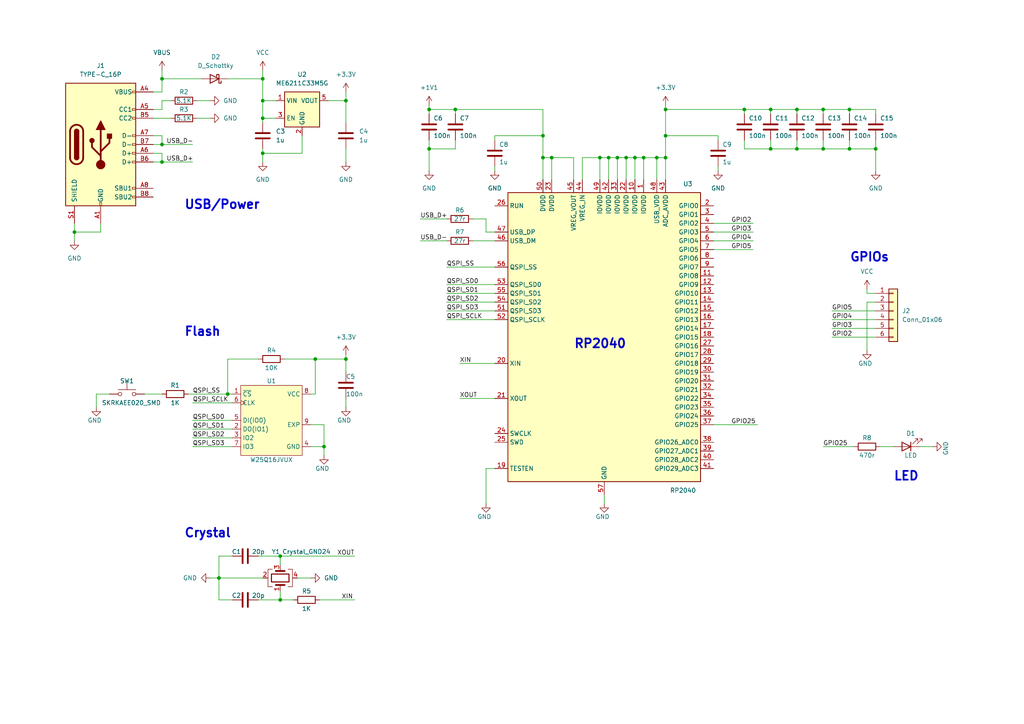
<source format=kicad_sch>
(kicad_sch (version 20211123) (generator eeschema)
  (paper "A4")
  (title_block (title "RP-Link") (date "2022-11-11"))
  (lib_symbols
    (symbol "Connector:USB_C_Receptacle_USB2.0" (pin_names (offset 1.016))
      (property "Reference" "J" (at -10.16 19.05 0))
      (property "Value" "USB_C_Receptacle_USB2.0" (at 19.05 19.05 0))
      (symbol "USB_C_Receptacle_USB2.0_0_0"
        (rectangle (start -0.254 -17.78) (end 0.254 -16.764))
        (rectangle (start 10.16 -14.986) (end 9.144 -15.494))
        (rectangle (start 10.16 -12.446) (end 9.144 -12.954))
        (rectangle (start 10.16 -4.826) (end 9.144 -5.334))
        (rectangle (start 10.16 -2.286) (end 9.144 -2.794))
        (rectangle (start 10.16 0.254) (end 9.144 -0.254))
        (rectangle (start 10.16 2.794) (end 9.144 2.286))
        (rectangle (start 10.16 7.874) (end 9.144 7.366))
        (rectangle (start 10.16 10.414) (end 9.144 9.906))
        (rectangle (start 10.16 15.494) (end 9.144 14.986))
      )
      (symbol "USB_C_Receptacle_USB2.0_0_1"
        (rectangle (start -10.16 17.78) (end 10.16 -17.78) (stroke (width 0.254)) (fill (type background)))
        (arc (start -8.89 -3.81) (mid -6.985 -5.715) (end -5.08 -3.81) (stroke (width 0.508)))
        (arc (start -7.62 -3.81) (mid -6.985 -4.445) (end -6.35 -3.81) (stroke (width 0.254)))
        (arc (start -7.62 -3.81) (mid -6.985 -4.445) (end -6.35 -3.81) (stroke (width 0.254)) (fill (type outline)))
        (rectangle (start -7.62 -3.81) (end -6.35 3.81) (stroke (width 0.254)) (fill (type outline)))
        (arc (start -6.35 3.81) (mid -6.985 4.445) (end -7.62 3.81) (stroke (width 0.254)))
        (arc (start -6.35 3.81) (mid -6.985 4.445) (end -7.62 3.81) (stroke (width 0.254)) (fill (type outline)))
        (arc (start -5.08 3.81) (mid -6.985 5.715) (end -8.89 3.81) (stroke (width 0.508)))
        (circle (center -2.54 1.143) (radius 0.635) (stroke (width 0.254)) (fill (type outline)))
        (circle (center 0 -5.842) (radius 1.27) (fill (type outline)))
        (polyline (pts (xy -8.89 -3.81) (xy -8.89 3.81)) (stroke (width 0.508)))
        (polyline (pts (xy -5.08 3.81) (xy -5.08 -3.81)) (stroke (width 0.508)))
        (polyline (pts (xy 0 -5.842) (xy 0 4.318)) (stroke (width 0.508)))
        (polyline (pts (xy 0 -3.302) (xy -2.54 -0.762) (xy -2.54 0.508)) (stroke (width 0.508)))
        (polyline (pts (xy 0 -2.032) (xy 2.54 0.508) (xy 2.54 1.778)) (stroke (width 0.508)))
        (polyline (pts (xy -1.27 4.318) (xy 0 6.858) (xy 1.27 4.318) (xy -1.27 4.318)) (stroke (width 0.254)) (fill (type outline)))
        (rectangle (start 1.905 1.778) (end 3.175 3.048) (stroke (width 0.254)) (fill (type outline)))
      )
      (symbol "USB_C_Receptacle_USB2.0_1_1"
        (pin passive line (at 0 -22.86 90) (length 5.08) (name "GND") (number "A1"))
        (pin passive line (at 0 -22.86 90) (length 5.08) hide (name "GND") (number "A12"))
        (pin passive line (at 15.24 15.24 180) (length 5.08) (name "VBUS") (number "A4"))
        (pin bidirectional line (at 15.24 10.16 180) (length 5.08) (name "CC1") (number "A5"))
        (pin bidirectional line (at 15.24 -2.54 180) (length 5.08) (name "D+") (number "A6"))
        (pin bidirectional line (at 15.24 2.54 180) (length 5.08) (name "D-") (number "A7"))
        (pin bidirectional line (at 15.24 -12.7 180) (length 5.08) (name "SBU1") (number "A8"))
        (pin passive line (at 15.24 15.24 180) (length 5.08) hide (name "VBUS") (number "A9"))
        (pin passive line (at 0 -22.86 90) (length 5.08) hide (name "GND") (number "B1"))
        (pin passive line (at 0 -22.86 90) (length 5.08) hide (name "GND") (number "B12"))
        (pin passive line (at 15.24 15.24 180) (length 5.08) hide (name "VBUS") (number "B4"))
        (pin bidirectional line (at 15.24 7.62 180) (length 5.08) (name "CC2") (number "B5"))
        (pin bidirectional line (at 15.24 -5.08 180) (length 5.08) (name "D+") (number "B6"))
        (pin bidirectional line (at 15.24 0 180) (length 5.08) (name "D-") (number "B7"))
        (pin bidirectional line (at 15.24 -15.24 180) (length 5.08) (name "SBU2") (number "B8"))
        (pin passive line (at 15.24 15.24 180) (length 5.08) hide (name "VBUS") (number "B9"))
        (pin passive line (at -7.62 -22.86 90) (length 5.08) (name "SHIELD") (number "S1"))
      )
    )
    (symbol "Connector_Generic:Conn_01x06" (pin_names (offset 1.016) hide)
      (property "Reference" "J" (at 0 7.62 0))
      (property "Value" "Conn_01x06" (at 0 -10.16 0))
      (symbol "Conn_01x06_1_1"
        (rectangle (start -1.27 -7.493) (end 0 -7.747) (stroke (width 0.1524)))
        (rectangle (start -1.27 -4.953) (end 0 -5.207) (stroke (width 0.1524)))
        (rectangle (start -1.27 -2.413) (end 0 -2.667) (stroke (width 0.1524)))
        (rectangle (start -1.27 0.127) (end 0 -0.127) (stroke (width 0.1524)))
        (rectangle (start -1.27 2.667) (end 0 2.413) (stroke (width 0.1524)))
        (rectangle (start -1.27 5.207) (end 0 4.953) (stroke (width 0.1524)))
        (rectangle (start -1.27 6.35) (end 1.27 -8.89) (stroke (width 0.254)) (fill (type background)))
        (pin passive line (at -5.08 5.08 0) (length 3.81) (name "Pin_1") (number "1"))
        (pin passive line (at -5.08 2.54 0) (length 3.81) (name "Pin_2") (number "2"))
        (pin passive line (at -5.08 0 0) (length 3.81) (name "Pin_3") (number "3"))
        (pin passive line (at -5.08 -2.54 0) (length 3.81) (name "Pin_4") (number "4"))
        (pin passive line (at -5.08 -5.08 0) (length 3.81) (name "Pin_5") (number "5"))
        (pin passive line (at -5.08 -7.62 0) (length 3.81) (name "Pin_6") (number "6"))
      )
    )
    (symbol "Device:C" (pin_numbers hide) (pin_names (offset 0.254))
      (property "Reference" "C" (at 0.635 2.54 0))
      (property "Value" "C" (at 0.635 -2.54 0))
      (symbol "C_0_1"
        (polyline (pts (xy -2.032 -0.762) (xy 2.032 -0.762)) (stroke (width 0.508)))
        (polyline (pts (xy -2.032 0.762) (xy 2.032 0.762)) (stroke (width 0.508)))
      )
      (symbol "C_1_1"
        (pin passive line (at 0 3.81 270) (length 2.794) (name "~") (number "1"))
        (pin passive line (at 0 -3.81 90) (length 2.794) (name "~") (number "2"))
      )
    )
    (symbol "Device:Crystal_GND24" (pin_names (offset 1.016) hide)
      (property "Reference" "Y" (at 3.175 5.08 0))
      (property "Value" "Crystal_GND24" (at 3.175 3.175 0))
      (symbol "Crystal_GND24_0_1"
        (rectangle (start -1.143 2.54) (end 1.143 -2.54) (stroke (width 0.3048)))
        (polyline (pts (xy -2.54 0) (xy -2.032 0)))
        (polyline (pts (xy -2.032 -1.27) (xy -2.032 1.27)) (stroke (width 0.508)))
        (polyline (pts (xy 0 -3.81) (xy 0 -3.556)))
        (polyline (pts (xy 0 3.556) (xy 0 3.81)))
        (polyline (pts (xy 2.032 -1.27) (xy 2.032 1.27)) (stroke (width 0.508)))
        (polyline (pts (xy 2.032 0) (xy 2.54 0)))
        (polyline (pts (xy -2.54 -2.286) (xy -2.54 -3.556) (xy 2.54 -3.556) (xy 2.54 -2.286)))
        (polyline (pts (xy -2.54 2.286) (xy -2.54 3.556) (xy 2.54 3.556) (xy 2.54 2.286)))
      )
      (symbol "Crystal_GND24_1_1"
        (pin passive line (at -3.81 0 0) (length 1.27) (name "1") (number "1"))
        (pin passive line (at 0 5.08 270) (length 1.27) (name "2") (number "2"))
        (pin passive line (at 3.81 0 180) (length 1.27) (name "3") (number "3"))
        (pin passive line (at 0 -5.08 90) (length 1.27) (name "4") (number "4"))
      )
    )
    (symbol "Device:D_Schottky" (pin_numbers hide) (pin_names (offset 1.016) hide)
      (property "Reference" "D" (at 0 2.54 0))
      (property "Value" "D_Schottky" (at 0 -2.54 0))
      (symbol "D_Schottky_0_1"
        (polyline (pts (xy 1.27 0) (xy -1.27 0)))
        (polyline (pts (xy 1.27 1.27) (xy 1.27 -1.27) (xy -1.27 0) (xy 1.27 1.27)) (stroke (width 0.254)))
        (polyline (pts (xy -1.905 0.635) (xy -1.905 1.27) (xy -1.27 1.27) (xy -1.27 -1.27) (xy -0.635 -1.27) (xy -0.635 -0.635)) (stroke (width 0.254)))
      )
      (symbol "D_Schottky_1_1"
        (pin passive line (at -3.81 0 0) (length 2.54) (name "K") (number "1"))
        (pin passive line (at 3.81 0 180) (length 2.54) (name "A") (number "2"))
      )
    )
    (symbol "Device:LED" (pin_numbers hide) (pin_names (offset 1.016) hide)
      (property "Reference" "D" (at 0 2.54 0))
      (property "Value" "LED" (at 0 -2.54 0))
      (symbol "LED_0_1"
        (polyline (pts (xy -1.27 -1.27) (xy -1.27 1.27)) (stroke (width 0.254)))
        (polyline (pts (xy -1.27 0) (xy 1.27 0)))
        (polyline (pts (xy 1.27 -1.27) (xy 1.27 1.27) (xy -1.27 0) (xy 1.27 -1.27)) (stroke (width 0.254)))
        (polyline (pts (xy -3.048 -0.762) (xy -4.572 -2.286) (xy -3.81 -2.286) (xy -4.572 -2.286) (xy -4.572 -1.524)))
        (polyline (pts (xy -1.778 -0.762) (xy -3.302 -2.286) (xy -2.54 -2.286) (xy -3.302 -2.286) (xy -3.302 -1.524)))
      )
      (symbol "LED_1_1"
        (pin passive line (at -3.81 0 0) (length 2.54) (name "K") (number "1"))
        (pin passive line (at 3.81 0 180) (length 2.54) (name "A") (number "2"))
      )
    )
    (symbol "Device:R" (pin_numbers hide) (pin_names (offset 0))
      (property "Reference" "R" (at 2.032 0 90))
      (property "Value" "R" (at 0 0 90))
      (symbol "R_0_1"
        (rectangle (start -1.016 -2.54) (end 1.016 2.54) (stroke (width 0.254)))
      )
      (symbol "R_1_1"
        (pin passive line (at 0 3.81 270) (length 1.27) (name "~") (number "1"))
        (pin passive line (at 0 -3.81 90) (length 1.27) (name "~") (number "2"))
      )
    )
    (symbol "MCU_RaspberryPi:RP2040_ink"
      (property "Reference" "U" (at 24.13 45.72 0))
      (property "Value" "RP2040_ink" (at 25.4 43.18 0))
      (symbol "RP2040_ink_0_1"
        (rectangle (start -27.94 41.91) (end 27.94 -41.91) (stroke (width 0.254)) (fill (type background)))
      )
      (symbol "RP2040_ink_1_1"
        (pin power_in line (at 11.43 45.72 270) (length 3.81) (name "IOVDD") (number "1"))
        (pin power_in line (at 8.89 45.72 270) (length 3.81) (name "IOVDD") (number "10"))
        (pin bidirectional line (at 31.75 17.78 180) (length 3.81) (name "GPIO8") (number "11"))
        (pin bidirectional line (at 31.75 15.24 180) (length 3.81) (name "GPIO9") (number "12"))
        (pin bidirectional line (at 31.75 12.7 180) (length 3.81) (name "GPIO10") (number "13"))
        (pin bidirectional line (at 31.75 10.16 180) (length 3.81) (name "GPIO11") (number "14"))
        (pin bidirectional line (at 31.75 7.62 180) (length 3.81) (name "GPIO12") (number "15"))
        (pin bidirectional line (at 31.75 5.08 180) (length 3.81) (name "GPIO13") (number "16"))
        (pin bidirectional line (at 31.75 2.54 180) (length 3.81) (name "GPIO14") (number "17"))
        (pin bidirectional line (at 31.75 0 180) (length 3.81) (name "GPIO15") (number "18"))
        (pin input line (at -31.75 -38.1 0) (length 3.81) (name "TESTEN") (number "19"))
        (pin bidirectional line (at 31.75 38.1 180) (length 3.81) (name "GPIO0") (number "2"))
        (pin input line (at -31.75 -7.62 0) (length 3.81) (name "XIN") (number "20"))
        (pin passive line (at -31.75 -17.78 0) (length 3.81) (name "XOUT") (number "21"))
        (pin power_in line (at 6.35 45.72 270) (length 3.81) (name "IOVDD") (number "22"))
        (pin power_in line (at -15.24 45.72 270) (length 3.81) (name "DVDD") (number "23"))
        (pin output line (at -31.75 -27.94 0) (length 3.81) (name "SWCLK") (number "24"))
        (pin bidirectional line (at -31.75 -30.48 0) (length 3.81) (name "SWD") (number "25"))
        (pin input line (at -31.75 38.1 0) (length 3.81) (name "RUN") (number "26"))
        (pin bidirectional line (at 31.75 -2.54 180) (length 3.81) (name "GPIO16") (number "27"))
        (pin bidirectional line (at 31.75 -5.08 180) (length 3.81) (name "GPIO17") (number "28"))
        (pin bidirectional line (at 31.75 -7.62 180) (length 3.81) (name "GPIO18") (number "29"))
        (pin bidirectional line (at 31.75 35.56 180) (length 3.81) (name "GPIO1") (number "3"))
        (pin bidirectional line (at 31.75 -10.16 180) (length 3.81) (name "GPIO19") (number "30"))
        (pin bidirectional line (at 31.75 -12.7 180) (length 3.81) (name "GPIO20") (number "31"))
        (pin bidirectional line (at 31.75 -15.24 180) (length 3.81) (name "GPIO21") (number "32"))
        (pin power_in line (at 3.81 45.72 270) (length 3.81) (name "IOVDD") (number "33"))
        (pin bidirectional line (at 31.75 -17.78 180) (length 3.81) (name "GPIO22") (number "34"))
        (pin bidirectional line (at 31.75 -20.32 180) (length 3.81) (name "GPIO23") (number "35"))
        (pin bidirectional line (at 31.75 -22.86 180) (length 3.81) (name "GPIO24") (number "36"))
        (pin bidirectional line (at 31.75 -25.4 180) (length 3.81) (name "GPIO25") (number "37"))
        (pin bidirectional line (at 31.75 -30.48 180) (length 3.81) (name "GPIO26_ADC0") (number "38"))
        (pin bidirectional line (at 31.75 -33.02 180) (length 3.81) (name "GPIO27_ADC1") (number "39"))
        (pin bidirectional line (at 31.75 33.02 180) (length 3.81) (name "GPIO2") (number "4"))
        (pin bidirectional line (at 31.75 -35.56 180) (length 3.81) (name "GPIO28_ADC2") (number "40"))
        (pin bidirectional line (at 31.75 -38.1 180) (length 3.81) (name "GPIO29_ADC3") (number "41"))
        (pin power_in line (at 1.27 45.72 270) (length 3.81) (name "IOVDD") (number "42"))
        (pin power_in line (at 17.78 45.72 270) (length 3.81) (name "ADC_AVDD") (number "43"))
        (pin power_in line (at -6.35 45.72 270) (length 3.81) (name "VREG_IN") (number "44"))
        (pin power_out line (at -8.89 45.72 270) (length 3.81) (name "VREG_VOUT") (number "45"))
        (pin bidirectional line (at -31.75 27.94 0) (length 3.81) (name "USB_DM") (number "46"))
        (pin bidirectional line (at -31.75 30.48 0) (length 3.81) (name "USB_DP") (number "47"))
        (pin power_in line (at 15.24 45.72 270) (length 3.81) (name "USB_VDD") (number "48"))
        (pin power_in line (at -1.27 45.72 270) (length 3.81) (name "IOVDD") (number "49"))
        (pin bidirectional line (at 31.75 30.48 180) (length 3.81) (name "GPIO3") (number "5"))
        (pin power_in line (at -17.78 45.72 270) (length 3.81) (name "DVDD") (number "50"))
        (pin bidirectional line (at -31.75 7.62 0) (length 3.81) (name "QSPI_SD3") (number "51"))
        (pin output line (at -31.75 5.08 0) (length 3.81) (name "QSPI_SCLK") (number "52"))
        (pin bidirectional line (at -31.75 15.24 0) (length 3.81) (name "QSPI_SD0") (number "53"))
        (pin bidirectional line (at -31.75 10.16 0) (length 3.81) (name "QSPI_SD2") (number "54"))
        (pin bidirectional line (at -31.75 12.7 0) (length 3.81) (name "QSPI_SD1") (number "55"))
        (pin bidirectional line (at -31.75 20.32 0) (length 3.81) (name "QSPI_SS") (number "56"))
        (pin power_in line (at 0 -45.72 90) (length 3.81) (name "GND") (number "57"))
        (pin bidirectional line (at 31.75 27.94 180) (length 3.81) (name "GPIO4") (number "6"))
        (pin bidirectional line (at 31.75 25.4 180) (length 3.81) (name "GPIO5") (number "7"))
        (pin bidirectional line (at 31.75 22.86 180) (length 3.81) (name "GPIO6") (number "8"))
        (pin bidirectional line (at 31.75 20.32 180) (length 3.81) (name "GPIO7") (number "9"))
      )
    )
    (symbol "Memory_Flash:W25Q16JVUX"
      (property "Reference" "U" (at 0 13.97 0))
      (property "Value" "W25Q16JVUX" (at 0 11.43 0))
      (symbol "W25Q16JVUX_0_1"
        (rectangle (start -8.89 10.16) (end 8.89 -10.16) (fill (type background)))
      )
      (symbol "W25Q16JVUX_1_1"
        (pin input line (at -11.43 7.62 0) (length 2.54) (name "~{CS}") (number "1"))
        (pin bidirectional line (at -11.43 -2.54 0) (length 2.54) (name "DO(IO1)") (number "2"))
        (pin bidirectional line (at -11.43 -5.08 0) (length 2.54) (name "IO2") (number "3"))
        (pin power_in line (at 11.43 -7.62 180) (length 2.54) (name "GND") (number "4"))
        (pin bidirectional line (at -11.43 0 0) (length 2.54) (name "DI(IO0)") (number "5"))
        (pin input clock (at -11.43 5.08 0) (length 2.54) (name "CLK") (number "6"))
        (pin bidirectional line (at -11.43 -7.62 0) (length 2.54) (name "IO3") (number "7"))
        (pin power_in line (at 11.43 7.62 180) (length 2.54) (name "VCC") (number "8"))
        (pin passive line (at 11.43 -1.27 180) (length 2.54) (name "EXP") (number "9"))
      )
    )
    (symbol "Regulator_Linear:NCP163ASN270T1G"
      (property "Reference" "U" (at 0 8.89 0))
      (property "Value" "NCP163ASN270T1G" (at 0 6.35 0))
      (symbol "NCP163ASN270T1G_0_1"
        (rectangle (start -5.08 5.08) (end 5.08 -5.08) (stroke (width 0.254)) (fill (type background)))
      )
      (symbol "NCP163ASN270T1G_1_1"
        (pin power_in line (at -7.62 2.54 0) (length 2.54) (name "VIN") (number "1"))
        (pin power_in line (at 0 -7.62 90) (length 2.54) (name "GND") (number "2"))
        (pin input line (at -7.62 -2.54 0) (length 2.54) (name "EN") (number "3"))
        (pin no_connect line (at 5.08 -2.54 180) (length 2.54) hide (name "NC") (number "4"))
        (pin power_out line (at 7.62 2.54 180) (length 2.54) (name "VOUT") (number "5"))
      )
    )
    (symbol "Switch:SW_Push" (pin_numbers hide) (pin_names (offset 1.016) hide)
      (property "Reference" "SW" (at 1.27 2.54 0))
      (property "Value" "SW_Push" (at 0 -1.524 0))
      (symbol "SW_Push_0_1"
        (circle (center -2.032 0) (radius 0.508))
        (polyline (pts (xy 0 1.27) (xy 0 3.048)))
        (polyline (pts (xy 2.54 1.27) (xy -2.54 1.27)))
        (circle (center 2.032 0) (radius 0.508))
        (pin passive line (at -5.08 0 0) (length 2.54) (name "1") (number "1"))
        (pin passive line (at 5.08 0 180) (length 2.54) (name "2") (number "2"))
      )
    )
    (symbol "power:+1V1" (power) (pin_names (offset 0))
      (property "Value" "+1V1" (at 0 3.556 0))
      (symbol "+1V1_0_1"
        (polyline (pts (xy -0.762 1.27) (xy 0 2.54)))
        (polyline (pts (xy 0 0) (xy 0 2.54)))
        (polyline (pts (xy 0 2.54) (xy 0.762 1.27)))
      )
      (symbol "+1V1_1_1"
        (pin power_in line (at 0 0 90) (length 0) hide (name "+1V1") (number "1"))
      )
    )
    (symbol "power:+3.3V" (power) (pin_names (offset 0))
      (property "Value" "+3.3V" (at 0 3.556 0))
      (symbol "+3.3V_0_1"
        (polyline (pts (xy -0.762 1.27) (xy 0 2.54)))
        (polyline (pts (xy 0 0) (xy 0 2.54)))
        (polyline (pts (xy 0 2.54) (xy 0.762 1.27)))
      )
      (symbol "+3.3V_1_1"
        (pin power_in line (at 0 0 90) (length 0) hide (name "+3.3V") (number "1"))
      )
    )
    (symbol "power:GND" (power) (pin_names (offset 0))
      (property "Value" "GND" (at 0 -3.81 0))
      (symbol "GND_0_1"
        (polyline (pts (xy 0 0) (xy 0 -1.27) (xy 1.27 -1.27) (xy 0 -2.54) (xy -1.27 -1.27) (xy 0 -1.27)))
      )
      (symbol "GND_1_1"
        (pin power_in line (at 0 0 270) (length 0) hide (name "GND") (number "1"))
      )
    )
    (symbol "power:VBUS" (power) (pin_names (offset 0))
      (property "Value" "VBUS" (at 0 3.81 0))
      (symbol "VBUS_0_1"
        (polyline (pts (xy -0.762 1.27) (xy 0 2.54)))
        (polyline (pts (xy 0 0) (xy 0 2.54)))
        (polyline (pts (xy 0 2.54) (xy 0.762 1.27)))
      )
      (symbol "VBUS_1_1"
        (pin power_in line (at 0 0 90) (length 0) hide (name "VBUS") (number "1"))
      )
    )
    (symbol "power:VCC" (power) (pin_names (offset 0))
      (property "Value" "VCC" (at 0 3.81 0))
      (symbol "VCC_0_1"
        (polyline (pts (xy -0.762 1.27) (xy 0 2.54)))
        (polyline (pts (xy 0 0) (xy 0 2.54)))
        (polyline (pts (xy 0 2.54) (xy 0.762 1.27)))
      )
      (symbol "VCC_1_1"
        (pin power_in line (at 0 0 90) (length 0) hide (name "VCC") (number "1"))
      )
    )
  )
  (junction (at 124.46 43.18))
  (junction (at 223.52 31.75))
  (junction (at 193.04 31.75))
  (junction (at 81.28 173.99))
  (junction (at 223.52 43.18))
  (junction (at 21.59 67.31))
  (junction (at 76.2 22.86))
  (junction (at 46.99 46.99))
  (junction (at 63.5 167.64))
  (junction (at 132.08 31.75))
  (junction (at 157.48 39.37))
  (junction (at 76.2 44.45))
  (junction (at 100.33 29.21))
  (junction (at 100.33 104.14))
  (junction (at 184.15 45.72))
  (junction (at 81.28 161.29))
  (junction (at 238.76 31.75))
  (junction (at 76.2 34.29))
  (junction (at 181.61 45.72))
  (junction (at 231.14 31.75))
  (junction (at 215.9 31.75))
  (junction (at 124.46 31.75))
  (junction (at 160.02 45.72))
  (junction (at 186.69 45.72))
  (junction (at 246.38 31.75))
  (junction (at 179.07 45.72))
  (junction (at 93.98 129.54))
  (junction (at 66.04 114.3))
  (junction (at 193.04 39.37))
  (junction (at 246.38 43.18))
  (junction (at 46.99 22.86))
  (junction (at 176.53 45.72))
  (junction (at 231.14 43.18))
  (junction (at 190.5 45.72))
  (junction (at 193.04 45.72))
  (junction (at 157.48 45.72))
  (junction (at 238.76 43.18))
  (junction (at 91.44 104.14))
  (junction (at 76.2 29.21))
  (junction (at 46.99 41.91))
  (junction (at 254 43.18))
  (junction (at 173.99 45.72))
  (wire (pts (xy 21.59 64.77) (xy 21.59 67.31)))
  (wire (pts (xy 44.45 31.75) (xy 46.99 31.75)))
  (wire (pts (xy 44.45 46.99) (xy 46.99 46.99)))
  (wire (pts (xy 124.46 43.18) (xy 124.46 40.64)))
  (wire (pts (xy 176.53 45.72) (xy 176.53 52.07)))
  (wire (pts (xy 173.99 52.07) (xy 173.99 45.72)))
  (wire (pts (xy 238.76 31.75) (xy 238.76 33.02)))
  (wire (pts (xy 231.14 31.75) (xy 238.76 31.75)))
  (wire (pts (xy 124.46 43.18) (xy 124.46 49.53)))
  (wire (pts (xy 44.45 41.91) (xy 46.99 41.91)))
  (wire (pts (xy 80.01 29.21) (xy 76.2 29.21)))
  (wire (pts (xy 168.91 52.07) (xy 168.91 45.72)))
  (wire (pts (xy 60.96 167.64) (xy 63.5 167.64)))
  (wire (pts (xy 160.02 45.72) (xy 160.02 52.07)))
  (wire (pts (xy 143.51 39.37) (xy 157.48 39.37)))
  (wire (pts (xy 121.92 69.85) (xy 129.54 69.85)))
  (wire (pts (xy 87.63 44.45) (xy 76.2 44.45)))
  (wire (pts (xy 76.2 43.18) (xy 76.2 44.45)))
  (wire (pts (xy 44.45 44.45) (xy 46.99 44.45)))
  (wire (pts (xy 193.04 39.37) (xy 208.28 39.37)))
  (wire (pts (xy 254 43.18) (xy 254 49.53)))
  (wire (pts (xy 223.52 43.18) (xy 231.14 43.18)))
  (wire (pts (xy 238.76 31.75) (xy 246.38 31.75)))
  (wire (pts (xy 46.99 26.67) (xy 46.99 22.86)))
  (wire (pts (xy 57.15 34.29) (xy 60.96 34.29)))
  (wire (pts (xy 76.2 34.29) (xy 80.01 34.29)))
  (wire (pts (xy 238.76 40.64) (xy 238.76 43.18)))
  (wire (pts (xy 166.37 52.07) (xy 166.37 45.72)))
  (wire (pts (xy 63.5 161.29) (xy 67.31 161.29)))
  (wire (pts (xy 143.51 39.37) (xy 143.51 40.64)))
  (wire (pts (xy 132.08 31.75) (xy 132.08 33.02)))
  (wire (pts (xy 100.33 104.14) (xy 100.33 107.95)))
  (wire (pts (xy 254 31.75) (xy 254 33.02)))
  (wire (pts (xy 93.98 129.54) (xy 93.98 132.08)))
  (wire (pts (xy 173.99 45.72) (xy 176.53 45.72)))
  (wire (pts (xy 124.46 31.75) (xy 132.08 31.75)))
  (wire (pts (xy 132.08 40.64) (xy 132.08 43.18)))
  (wire (pts (xy 63.5 167.64) (xy 76.2 167.64)))
  (wire (pts (xy 46.99 22.86) (xy 58.42 22.86)))
  (wire (pts (xy 157.48 31.75) (xy 157.48 39.37)))
  (wire (pts (xy 215.9 31.75) (xy 223.52 31.75)))
  (wire (pts (xy 44.45 34.29) (xy 49.53 34.29)))
  (wire (pts (xy 254 40.64) (xy 254 43.18)))
  (wire (pts (xy 100.33 29.21) (xy 100.33 26.67)))
  (wire (pts (xy 215.9 43.18) (xy 223.52 43.18)))
  (wire (pts (xy 63.5 161.29) (xy 63.5 167.64)))
  (wire (pts (xy 246.38 31.75) (xy 254 31.75)))
  (wire (pts (xy 223.52 31.75) (xy 223.52 33.02)))
  (wire (pts (xy 186.69 45.72) (xy 190.5 45.72)))
  (wire (pts (xy 223.52 40.64) (xy 223.52 43.18)))
  (wire (pts (xy 76.2 44.45) (xy 76.2 46.99)))
  (wire (pts (xy 193.04 39.37) (xy 193.04 45.72)))
  (wire (pts (xy 246.38 43.18) (xy 254 43.18)))
  (wire (pts (xy 44.45 39.37) (xy 46.99 39.37)))
  (wire (pts (xy 241.3 90.17) (xy 254 90.17)))
  (wire (pts (xy 66.04 114.3) (xy 67.31 114.3)))
  (wire (pts (xy 186.69 45.72) (xy 186.69 52.07)))
  (wire (pts (xy 140.97 135.89) (xy 140.97 146.05)))
  (wire (pts (xy 46.99 31.75) (xy 46.99 29.21)))
  (wire (pts (xy 74.93 161.29) (xy 81.28 161.29)))
  (wire (pts (xy 266.7 129.54) (xy 270.51 129.54)))
  (wire (pts (xy 81.28 173.99) (xy 81.28 171.45)))
  (wire (pts (xy 55.88 116.84) (xy 67.31 116.84)))
  (wire (pts (xy 137.16 69.85) (xy 143.51 69.85)))
  (wire (pts (xy 184.15 45.72) (xy 184.15 52.07)))
  (wire (pts (xy 251.46 83.82) (xy 251.46 85.09)))
  (wire (pts (xy 140.97 63.5) (xy 137.16 63.5)))
  (wire (pts (xy 129.54 92.71) (xy 143.51 92.71)))
  (wire (pts (xy 168.91 45.72) (xy 173.99 45.72)))
  (wire (pts (xy 207.01 69.85) (xy 218.44 69.85)))
  (wire (pts (xy 67.31 173.99) (xy 63.5 173.99)))
  (wire (pts (xy 193.04 30.48) (xy 193.04 31.75)))
  (wire (pts (xy 81.28 173.99) (xy 85.09 173.99)))
  (wire (pts (xy 46.99 22.86) (xy 46.99 20.32)))
  (wire (pts (xy 251.46 87.63) (xy 251.46 101.6)))
  (wire (pts (xy 160.02 45.72) (xy 157.48 45.72)))
  (wire (pts (xy 81.28 161.29) (xy 102.87 161.29)))
  (wire (pts (xy 175.26 143.51) (xy 175.26 146.05)))
  (wire (pts (xy 44.45 26.67) (xy 46.99 26.67)))
  (wire (pts (xy 95.25 29.21) (xy 100.33 29.21)))
  (wire (pts (xy 100.33 29.21) (xy 100.33 35.56)))
  (wire (pts (xy 143.51 135.89) (xy 140.97 135.89)))
  (wire (pts (xy 179.07 45.72) (xy 181.61 45.72)))
  (wire (pts (xy 157.48 39.37) (xy 157.48 45.72)))
  (wire (pts (xy 133.35 105.41) (xy 143.51 105.41)))
  (wire (pts (xy 238.76 129.54) (xy 247.65 129.54)))
  (wire (pts (xy 91.44 114.3) (xy 91.44 104.14)))
  (wire (pts (xy 129.54 82.55) (xy 143.51 82.55)))
  (wire (pts (xy 132.08 31.75) (xy 157.48 31.75)))
  (wire (pts (xy 223.52 31.75) (xy 231.14 31.75)))
  (wire (pts (xy 231.14 31.75) (xy 231.14 33.02)))
  (wire (pts (xy 93.98 123.19) (xy 93.98 129.54)))
  (wire (pts (xy 179.07 45.72) (xy 179.07 52.07)))
  (wire (pts (xy 190.5 45.72) (xy 193.04 45.72)))
  (wire (pts (xy 132.08 43.18) (xy 124.46 43.18)))
  (wire (pts (xy 181.61 45.72) (xy 181.61 52.07)))
  (wire (pts (xy 66.04 104.14) (xy 74.93 104.14)))
  (wire (pts (xy 241.3 97.79) (xy 254 97.79)))
  (wire (pts (xy 207.01 123.19) (xy 219.71 123.19)))
  (wire (pts (xy 31.75 114.3) (xy 27.94 114.3)))
  (wire (pts (xy 231.14 40.64) (xy 231.14 43.18)))
  (wire (pts (xy 55.88 127) (xy 67.31 127)))
  (wire (pts (xy 193.04 45.72) (xy 193.04 52.07)))
  (wire (pts (xy 81.28 163.83) (xy 81.28 161.29)))
  (wire (pts (xy 129.54 77.47) (xy 143.51 77.47)))
  (wire (pts (xy 55.88 121.92) (xy 67.31 121.92)))
  (wire (pts (xy 100.33 115.57) (xy 100.33 118.11)))
  (wire (pts (xy 21.59 67.31) (xy 21.59 69.85)))
  (wire (pts (xy 143.51 67.31) (xy 140.97 67.31)))
  (wire (pts (xy 181.61 45.72) (xy 184.15 45.72)))
  (wire (pts (xy 208.28 48.26) (xy 208.28 49.53)))
  (wire (pts (xy 91.44 104.14) (xy 100.33 104.14)))
  (wire (pts (xy 66.04 114.3) (xy 66.04 104.14)))
  (wire (pts (xy 129.54 85.09) (xy 143.51 85.09)))
  (wire (pts (xy 121.92 63.5) (xy 129.54 63.5)))
  (wire (pts (xy 208.28 39.37) (xy 208.28 40.64)))
  (wire (pts (xy 143.51 48.26) (xy 143.51 49.53)))
  (wire (pts (xy 55.88 129.54) (xy 67.31 129.54)))
  (wire (pts (xy 207.01 64.77) (xy 218.44 64.77)))
  (wire (pts (xy 238.76 43.18) (xy 246.38 43.18)))
  (wire (pts (xy 74.93 173.99) (xy 81.28 173.99)))
  (wire (pts (xy 54.61 114.3) (xy 66.04 114.3)))
  (wire (pts (xy 66.04 22.86) (xy 76.2 22.86)))
  (wire (pts (xy 76.2 20.32) (xy 76.2 22.86)))
  (wire (pts (xy 86.36 167.64) (xy 90.17 167.64)))
  (wire (pts (xy 246.38 40.64) (xy 246.38 43.18)))
  (wire (pts (xy 190.5 45.72) (xy 190.5 52.07)))
  (wire (pts (xy 87.63 39.37) (xy 87.63 44.45)))
  (wire (pts (xy 231.14 43.18) (xy 238.76 43.18)))
  (wire (pts (xy 76.2 34.29) (xy 76.2 35.56)))
  (wire (pts (xy 129.54 87.63) (xy 143.51 87.63)))
  (wire (pts (xy 76.2 29.21) (xy 76.2 34.29)))
  (wire (pts (xy 124.46 31.75) (xy 124.46 33.02)))
  (wire (pts (xy 140.97 67.31) (xy 140.97 63.5)))
  (wire (pts (xy 100.33 43.18) (xy 100.33 46.99)))
  (wire (pts (xy 193.04 31.75) (xy 215.9 31.75)))
  (wire (pts (xy 255.27 129.54) (xy 259.08 129.54)))
  (wire (pts (xy 207.01 72.39) (xy 218.44 72.39)))
  (wire (pts (xy 46.99 29.21) (xy 49.53 29.21)))
  (wire (pts (xy 41.91 114.3) (xy 46.99 114.3)))
  (wire (pts (xy 254 87.63) (xy 251.46 87.63)))
  (wire (pts (xy 46.99 39.37) (xy 46.99 41.91)))
  (wire (pts (xy 46.99 41.91) (xy 55.88 41.91)))
  (wire (pts (xy 29.21 67.31) (xy 21.59 67.31)))
  (wire (pts (xy 55.88 124.46) (xy 67.31 124.46)))
  (wire (pts (xy 46.99 46.99) (xy 55.88 46.99)))
  (wire (pts (xy 246.38 31.75) (xy 246.38 33.02)))
  (wire (pts (xy 241.3 92.71) (xy 254 92.71)))
  (wire (pts (xy 57.15 29.21) (xy 60.96 29.21)))
  (wire (pts (xy 184.15 45.72) (xy 186.69 45.72)))
  (wire (pts (xy 133.35 115.57) (xy 143.51 115.57)))
  (wire (pts (xy 63.5 167.64) (xy 63.5 173.99)))
  (wire (pts (xy 251.46 85.09) (xy 254 85.09)))
  (wire (pts (xy 29.21 64.77) (xy 29.21 67.31)))
  (wire (pts (xy 129.54 90.17) (xy 143.51 90.17)))
  (wire (pts (xy 157.48 45.72) (xy 157.48 52.07)))
  (wire (pts (xy 100.33 102.87) (xy 100.33 104.14)))
  (wire (pts (xy 46.99 44.45) (xy 46.99 46.99)))
  (wire (pts (xy 76.2 22.86) (xy 76.2 29.21)))
  (wire (pts (xy 193.04 31.75) (xy 193.04 39.37)))
  (wire (pts (xy 124.46 30.48) (xy 124.46 31.75)))
  (wire (pts (xy 176.53 45.72) (xy 179.07 45.72)))
  (wire (pts (xy 207.01 67.31) (xy 218.44 67.31)))
  (wire (pts (xy 90.17 123.19) (xy 93.98 123.19)))
  (wire (pts (xy 215.9 40.64) (xy 215.9 43.18)))
  (wire (pts (xy 90.17 114.3) (xy 91.44 114.3)))
  (wire (pts (xy 90.17 129.54) (xy 93.98 129.54)))
  (wire (pts (xy 166.37 45.72) (xy 160.02 45.72)))
  (wire (pts (xy 82.55 104.14) (xy 91.44 104.14)))
  (wire (pts (xy 27.94 114.3) (xy 27.94 118.11)))
  (wire (pts (xy 92.71 173.99) (xy 102.87 173.99)))
  (wire (pts (xy 215.9 31.75) (xy 215.9 33.02)))
  (wire (pts (xy 241.3 95.25) (xy 254 95.25)))
  (text "RP2040\n\n" (at 166.37 105.41 0) (effects (font (size 2.54 2.54) (thickness 0.508) bold) (justify left bottom)))
  (text "Crystal" (at 53.34 156.21 0) (effects (font (size 2.54 2.54) (thickness 0.508) bold) (justify left bottom)))
  (text "Flash" (at 53.34 97.79 0) (effects (font (size 2.54 2.54) (thickness 0.508) bold) (justify left bottom)))
  (text "USB/Power" (at 53.34 60.96 0) (effects (font (size 2.54 2.54) (thickness 0.508) bold) (justify left bottom)))
  (text "LED" (at 259.08 139.7 0) (effects (font (size 2.54 2.54) (thickness 0.508) bold) (justify left bottom)))
  (text "GPIOs" (at 246.38 76.2 0) (effects (font (size 2.54 2.54) (thickness 0.508) bold) (justify left bottom)))
  (label "GPIO3" (at 241.3 95.25 0))
  (label "XOUT" (at 133.35 115.57 0))
  (label "QSPI_SD1" (at 55.88 124.46 0))
  (label "XIN" (at 133.35 105.41 0))
  (label "GPIO5" (at 212.09 72.39 0))
  (label "QSPI_SD2" (at 55.88 127 0))
  (label "GPIO2" (at 241.3 97.79 0))
  (label "QSPI_SCLK" (at 129.54 92.71 0))
  (label "QSPI_SCLK" (at 55.88 116.84 0))
  (label "USB_D-" (at 48.26 41.91 0))
  (label "QSPI_SD1" (at 129.54 85.09 0))
  (label "XIN" (at 99.06 173.99 0))
  (label "GPIO4" (at 212.09 69.85 0))
  (label "USB_D+" (at 48.26 46.99 0))
  (label "QSPI_SS" (at 55.88 114.3 0))
  (label "QSPI_SD3" (at 55.88 129.54 0))
  (label "USB_D-" (at 121.92 69.85 0))
  (label "QSPI_SD3" (at 129.54 90.17 0))
  (label "GPIO25" (at 238.76 129.54 0))
  (label "USB_D+" (at 121.92 63.5 0))
  (label "GPIO4" (at 241.3 92.71 0))
  (label "QSPI_SD2" (at 129.54 87.63 0))
  (label "QSPI_SS" (at 129.54 77.47 0))
  (label "GPIO3" (at 212.09 67.31 0))
  (label "GPIO5" (at 241.3 90.17 0))
  (label "XOUT" (at 97.79 161.29 0))
  (label "QSPI_SD0" (at 55.88 121.92 0))
  (label "QSPI_SD0" (at 129.54 82.55 0))
  (label "GPIO2" (at 212.09 64.77 0))
  (label "GPIO25" (at 212.09 123.19 0))
  (symbol (lib_id "Device:C") (at 76.2 39.37 0) (unit 1)
    (property "Reference" "C3" (at 80.01 38.0999 0) (effects (justify left)))
    (property "Value" "1u" (at 80.01 40.6399 0) (effects (justify left)))
    (property "Footprint" "Capacitor_SMD:C_0603_1608Metric" (effects hide))
  )
  (symbol (lib_id "power:+3.3V") (at 100.33 102.87 0) (unit 1)
    (property "Reference" "#PWR0115" (effects hide))
    (property "Value" "+3.3V" (at 100.33 97.79 0))
  )
  (symbol (lib_id "Device:C") (at 208.28 44.45 0) (unit 1)
    (property "Reference" "C9" (at 209.55 41.91 0) (effects (justify left)))
    (property "Value" "1u" (at 209.55 46.99 0) (effects (justify left)))
    (property "Footprint" "Capacitor_SMD:C_0402_1005Metric" (effects hide))
  )
  (symbol (lib_id "Device:C") (at 71.12 173.99 90) (unit 1)
    (property "Reference" "C2" (at 68.58 172.72 90))
    (property "Value" "20p" (at 74.93 172.72 90))
    (property "Footprint" "Capacitor_SMD:C_0402_1005Metric" (effects hide))
  )
  (symbol (lib_id "power:GND") (at 21.59 69.85 0) (unit 1)
    (property "Reference" "#PWR0106" (effects hide))
    (property "Value" "GND" (at 21.59 74.93 0))
  )
  (symbol (lib_id "power:VCC") (at 251.46 83.82 0) (unit 1)
    (property "Reference" "#PWR0124" (effects hide))
    (property "Value" "VCC" (at 251.46 78.74 0))
  )
  (symbol (lib_id "Device:R") (at 53.34 34.29 90) (unit 1)
    (property "Reference" "R3" (at 53.34 31.75 90))
    (property "Value" "5.1K" (at 53.34 34.29 90))
    (property "Footprint" "Resistor_SMD:R_0402_1005Metric" (effects hide))
  )
  (symbol (lib_id "Device:C") (at 223.52 36.83 0) (unit 1)
    (property "Reference" "C11" (at 224.79 34.29 0) (effects (justify left)))
    (property "Value" "100n" (at 224.79 39.37 0) (effects (justify left)))
    (property "Footprint" "Capacitor_SMD:C_0402_1005Metric" (effects hide))
  )
  (symbol (lib_id "Memory_Flash:W25Q16JVUX") (at 78.74 121.92 0) (unit 1)
    (property "Reference" "U1" (at 78.74 110.49 0))
    (property "Value" "W25Q16JVUX" (at 78.74 133.35 0))
    (property "Footprint" "Package_SON:USON-8_2x3mm_P0.6mm" (effects hide))
    (property "Datasheet" "https://atta.szlcsc.com/upload/public/pdf/source/20210629/C2843335_FB4D78B5076715625DC0C83F790D3044.pdf" (effects hide))
  )
  (symbol (lib_id "power:GND") (at 143.51 49.53 0) (unit 1)
    (property "Reference" "#PWR0118" (effects hide))
    (property "Value" "GND" (at 143.51 54.61 0))
  )
  (symbol (lib_id "power:GND") (at 100.33 46.99 0) (unit 1)
    (property "Reference" "#PWR0114" (effects hide))
    (property "Value" "GND" (at 100.33 52.07 0))
  )
  (symbol (lib_id "MCU_RaspberryPi:RP2040_ink") (at 175.26 97.79 0) (unit 1)
    (property "Reference" "U3" (at 198.12 53.34 0) (effects (justify left)))
    (property "Value" "RP2040" (at 194.31 142.24 0) (effects (justify left)))
    (property "Footprint" "Package_DFN_QFN:QFN-56-1EP_7x7mm_P0.4mm_EP3.2x3.2mm" (effects hide))
    (property "Datasheet" "https://datasheets.raspberrypi.com/rp2040/rp2040-datasheet.pdf" (effects hide))
  )
  (symbol (lib_id "power:GND") (at 124.46 49.53 0) (unit 1)
    (property "Reference" "#PWR0112" (effects hide))
    (property "Value" "GND" (at 124.46 54.61 0))
  )
  (symbol (lib_id "Device:C") (at 238.76 36.83 0) (unit 1)
    (property "Reference" "C13" (at 240.03 34.29 0) (effects (justify left)))
    (property "Value" "100n" (at 240.03 39.37 0) (effects (justify left)))
    (property "Footprint" "Capacitor_SMD:C_0402_1005Metric" (effects hide))
  )
  (symbol (lib_id "power:GND") (at 254 49.53 0) (unit 1)
    (property "Reference" "#PWR0121" (effects hide))
    (property "Value" "GND" (at 254 54.61 0))
  )
  (symbol (lib_id "power:GND") (at 100.33 118.11 0) (unit 1)
    (property "Reference" "#PWR0108" (effects hide))
    (property "Value" "GND" (at 97.79 121.92 0) (effects (justify left)))
  )
  (symbol (lib_id "power:+3.3V") (at 100.33 26.67 0) (unit 1)
    (property "Reference" "#PWR0113" (effects hide))
    (property "Value" "+3.3V" (at 100.33 21.59 0))
  )
  (symbol (lib_id "Device:C") (at 132.08 36.83 0) (unit 1)
    (property "Reference" "C7" (at 133.35 34.29 0) (effects (justify left)))
    (property "Value" "100n" (at 133.35 39.37 0) (effects (justify left)))
    (property "Footprint" "Capacitor_SMD:C_0402_1005Metric" (effects hide))
  )
  (symbol (lib_id "power:GND") (at 175.26 146.05 0) (unit 1)
    (property "Reference" "#PWR0117" (effects hide))
    (property "Value" "GND" (at 172.72 149.86 0) (effects (justify left)))
  )
  (symbol (lib_id "Device:C") (at 143.51 44.45 0) (unit 1)
    (property "Reference" "C8" (at 144.78 41.91 0) (effects (justify left)))
    (property "Value" "1u" (at 144.78 46.99 0) (effects (justify left)))
    (property "Footprint" "Capacitor_SMD:C_0402_1005Metric" (effects hide))
  )
  (symbol (lib_id "power:GND") (at 208.28 49.53 0) (unit 1)
    (property "Reference" "#PWR0120" (effects hide))
    (property "Value" "GND" (at 208.28 54.61 0))
  )
  (symbol (lib_id "Device:Crystal_GND24") (at 81.28 167.64 90) (unit 1)
    (property "Reference" "Y1" (at 80.01 160.02 90))
    (property "Value" "Crystal_GND24" (at 88.9 160.02 90))
    (property "Footprint" "Crystal:Crystal_SMD_3225-4Pin_3.2x2.5mm" (effects hide))
  )
  (symbol (lib_id "power:GND") (at 270.51 129.54 90) (unit 1)
    (property "Reference" "#PWR0122" (effects hide))
    (property "Value" "GND" (at 274.32 132.08 0) (effects (justify left)))
  )
  (symbol (lib_id "Device:R") (at 53.34 29.21 90) (unit 1)
    (property "Reference" "R2" (at 53.34 26.67 90))
    (property "Value" "5.1K" (at 53.34 29.21 90))
    (property "Footprint" "Resistor_SMD:R_0402_1005Metric" (effects hide))
  )
  (symbol (lib_id "power:GND") (at 251.46 101.6 0) (unit 1)
    (property "Reference" "#PWR0123" (effects hide))
    (property "Value" "GND" (at 248.92 105.41 0) (effects (justify left)))
  )
  (symbol (lib_id "Connector:USB_C_Receptacle_USB2.0") (at 29.21 41.91 0) (unit 1)
    (property "Reference" "J1" (at 29.21 19.05 0))
    (property "Value" "TYPE-C_16P" (at 29.21 21.59 0))
    (property "Footprint" "Connector_USB:USB_C_Receptacle_XKB_U262-16XN-4BVC11" (effects hide))
    (property "Datasheet" "https://www.usb.org/sites/default/files/documents/usb_type-c.zip" (effects hide))
  )
  (symbol (lib_id "power:GND") (at 60.96 167.64 270) (unit 1)
    (property "Reference" "#PWR0110" (effects hide))
    (property "Value" "GND" (at 57.15 167.6399 90) (effects (justify right)))
  )
  (symbol (lib_id "Device:D_Schottky") (at 62.23 22.86 180) (unit 1)
    (property "Reference" "D2" (at 62.5475 16.51 0))
    (property "Value" "D_Schottky" (at 62.5475 19.05 0))
    (property "Footprint" "Diode_SMD:D_SOD-123F" (effects hide))
  )
  (symbol (lib_id "Device:C") (at 124.46 36.83 0) (unit 1)
    (property "Reference" "C6" (at 125.73 34.29 0) (effects (justify left)))
    (property "Value" "100n" (at 125.73 39.37 0) (effects (justify left)))
    (property "Footprint" "Capacitor_SMD:C_0402_1005Metric" (effects hide))
  )
  (symbol (lib_id "power:GND") (at 76.2 46.99 0) (unit 1)
    (property "Reference" "#PWR0105" (effects hide))
    (property "Value" "GND" (at 76.2 52.07 0))
  )
  (symbol (lib_id "Device:C") (at 254 36.83 0) (unit 1)
    (property "Reference" "C15" (at 255.27 34.29 0) (effects (justify left)))
    (property "Value" "100n" (at 255.27 39.37 0) (effects (justify left)))
    (property "Footprint" "Capacitor_SMD:C_0402_1005Metric" (effects hide))
  )
  (symbol (lib_id "Connector_Generic:Conn_01x06") (at 259.08 90.17 0) (unit 1)
    (property "Reference" "J2" (at 261.62 90.1699 0) (effects (justify left)))
    (property "Value" "Conn_01x06" (at 261.62 92.7099 0) (effects (justify left)))
    (property "Footprint" "Connector_Hirose:Hirose_DF13-06P-1.25DS_1x06_P1.25mm_Horizontal" (effects hide))
    (property "Datasheet" "https://atta.szlcsc.com/upload/public/pdf/source/20220916/6B39EFECC0008CEF03BA0E93409F6DCC.pdf" (effects hide))
  )
  (symbol (lib_id "Switch:SW_Push") (at 36.83 114.3 0) (unit 1)
    (property "Reference" "SW1" (at 36.83 110.49 0))
    (property "Value" "SKRKAEE020_SMD" (at 38.1 116.84 0))
    (property "Footprint" "Button_Switch_SMD:SKRKAEE020" (effects hide))
  )
  (symbol (lib_id "power:GND") (at 140.97 146.05 0) (unit 1)
    (property "Reference" "#PWR0125" (effects hide))
    (property "Value" "GND" (at 138.43 149.86 0) (effects (justify left)))
  )
  (symbol (lib_id "Device:C") (at 100.33 39.37 0) (unit 1)
    (property "Reference" "C4" (at 104.14 38.0999 0) (effects (justify left)))
    (property "Value" "1u" (at 104.14 40.6399 0) (effects (justify left)))
    (property "Footprint" "Capacitor_SMD:C_0603_1608Metric" (effects hide))
  )
  (symbol (lib_id "Device:C") (at 231.14 36.83 0) (unit 1)
    (property "Reference" "C12" (at 232.41 34.29 0) (effects (justify left)))
    (property "Value" "100n" (at 232.41 39.37 0) (effects (justify left)))
    (property "Footprint" "Capacitor_SMD:C_0402_1005Metric" (effects hide))
  )
  (symbol (lib_id "power:+1V1") (at 124.46 30.48 0) (unit 1)
    (property "Reference" "#PWR0111" (effects hide))
    (property "Value" "+1V1" (at 124.46 25.4 0))
  )
  (symbol (lib_id "Device:C") (at 71.12 161.29 90) (unit 1)
    (property "Reference" "C1" (at 68.58 160.02 90))
    (property "Value" "20p" (at 74.93 160.02 90))
    (property "Footprint" "Capacitor_SMD:C_0402_1005Metric" (effects hide))
  )
  (symbol (lib_id "power:GND") (at 93.98 132.08 0) (unit 1)
    (property "Reference" "#PWR0107" (effects hide))
    (property "Value" "GND" (at 91.44 135.89 0) (effects (justify left)))
  )
  (symbol (lib_id "Device:R") (at 78.74 104.14 90) (unit 1)
    (property "Reference" "R4" (at 78.74 101.6 90))
    (property "Value" "10K" (at 78.74 106.68 90))
    (property "Footprint" "Resistor_SMD:R_0402_1005Metric" (effects hide))
  )
  (symbol (lib_id "power:VCC") (at 76.2 20.32 0) (unit 1)
    (property "Reference" "#PWR0104" (effects hide))
    (property "Value" "VCC" (at 76.2 15.24 0))
  )
  (symbol (lib_id "Device:C") (at 100.33 111.76 0) (unit 1)
    (property "Reference" "C5" (at 100.33 109.22 0) (effects (justify left)))
    (property "Value" "100n" (at 100.33 114.3 0) (effects (justify left)))
    (property "Footprint" "Capacitor_SMD:C_0402_1005Metric" (effects hide))
  )
  (symbol (lib_id "power:GND") (at 27.94 118.11 0) (unit 1)
    (property "Reference" "#PWR0116" (effects hide))
    (property "Value" "GND" (at 25.4 121.92 0) (effects (justify left)))
  )
  (symbol (lib_id "Regulator_Linear:NCP163ASN270T1G") (at 87.63 31.75 0) (unit 1)
    (property "Reference" "U2" (at 87.63 21.59 0))
    (property "Value" "ME6211C33M5G" (at 87.63 24.13 0))
    (property "Footprint" "Package_TO_SOT_SMD:SOT-23-5" (effects hide))
    (property "Datasheet" "https://www.onsemi.com/pdf/datasheet/ncp163-d.pdf" (effects hide))
  )
  (symbol (lib_id "power:+3.3V") (at 193.04 30.48 0) (unit 1)
    (property "Reference" "#PWR0119" (effects hide))
    (property "Value" "+3.3V" (at 193.04 25.4 0))
  )
  (symbol (lib_id "Device:R") (at 133.35 63.5 90) (unit 1)
    (property "Reference" "R6" (at 133.35 60.96 90))
    (property "Value" "27r" (at 133.35 63.5 90))
    (property "Footprint" "Resistor_SMD:R_0402_1005Metric" (effects hide))
  )
  (symbol (lib_id "power:GND") (at 60.96 29.21 90) (unit 1)
    (property "Reference" "#PWR0101" (effects hide))
    (property "Value" "GND" (at 64.77 29.2099 90) (effects (justify right)))
  )
  (symbol (lib_id "power:GND") (at 90.17 167.64 90) (unit 1)
    (property "Reference" "#PWR0109" (effects hide))
    (property "Value" "GND" (at 93.98 167.64 90) (effects (justify right)))
  )
  (symbol (lib_id "Device:R") (at 88.9 173.99 90) (unit 1)
    (property "Reference" "R5" (at 88.9 171.45 90))
    (property "Value" "1K" (at 88.9 176.53 90))
    (property "Footprint" "Resistor_SMD:R_0402_1005Metric" (effects hide))
  )
  (symbol (lib_id "Device:R") (at 133.35 69.85 90) (unit 1)
    (property "Reference" "R7" (at 133.35 67.31 90))
    (property "Value" "27r" (at 133.35 69.85 90))
    (property "Footprint" "Resistor_SMD:R_0402_1005Metric" (effects hide))
  )
  (symbol (lib_id "Device:R") (at 251.46 129.54 90) (unit 1)
    (property "Reference" "R8" (at 251.46 127 90))
    (property "Value" "470r" (at 251.46 132.08 90))
    (property "Footprint" "Resistor_SMD:R_0402_1005Metric" (effects hide))
  )
  (symbol (lib_id "power:GND") (at 60.96 34.29 90) (unit 1)
    (property "Reference" "#PWR0102" (effects hide))
    (property "Value" "GND" (at 64.77 34.2899 90) (effects (justify right)))
  )
  (symbol (lib_id "Device:R") (at 50.8 114.3 90) (unit 1)
    (property "Reference" "R1" (at 50.8 111.76 90))
    (property "Value" "1K" (at 50.8 116.84 90))
    (property "Footprint" "Resistor_SMD:R_0402_1005Metric" (effects hide))
  )
  (symbol (lib_id "power:VBUS") (at 46.99 20.32 0) (unit 1)
    (property "Reference" "#PWR0103" (effects hide))
    (property "Value" "VBUS" (at 46.99 15.24 0))
  )
  (symbol (lib_id "Device:C") (at 215.9 36.83 0) (unit 1)
    (property "Reference" "C10" (at 217.17 34.29 0) (effects (justify left)))
    (property "Value" "100n" (at 217.17 39.37 0) (effects (justify left)))
    (property "Footprint" "Capacitor_SMD:C_0402_1005Metric" (effects hide))
  )
  (symbol (lib_id "Device:C") (at 246.38 36.83 0) (unit 1)
    (property "Reference" "C14" (at 247.65 34.29 0) (effects (justify left)))
    (property "Value" "100n" (at 247.65 39.37 0) (effects (justify left)))
    (property "Footprint" "Capacitor_SMD:C_0402_1005Metric" (effects hide))
  )
  (symbol (lib_id "Device:LED") (at 262.89 129.54 180) (unit 1)
    (property "Reference" "D1" (at 264.16 125.73 0))
    (property "Value" "LED" (at 264.16 132.08 0))
    (property "Footprint" "LED_SMD:LED_0603_1608Metric" (effects hide))
  )
)
</source>
